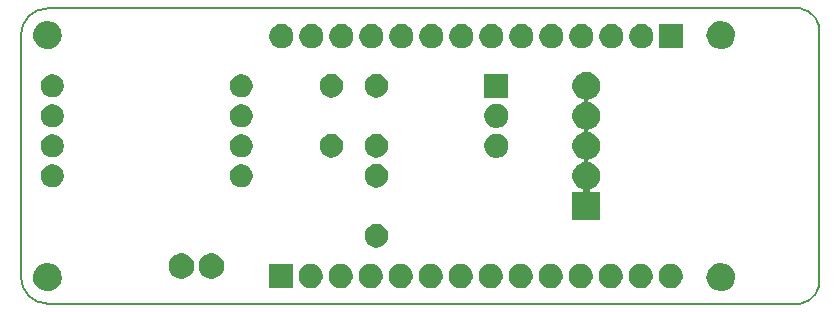
<source format=gbr>
G04 #@! TF.GenerationSoftware,KiCad,Pcbnew,(5.1.6)-1*
G04 #@! TF.CreationDate,2020-05-27T17:34:02-07:00*
G04 #@! TF.ProjectId,MKRShield_v1,4d4b5253-6869-4656-9c64-5f76312e6b69,0.1*
G04 #@! TF.SameCoordinates,Original*
G04 #@! TF.FileFunction,Soldermask,Top*
G04 #@! TF.FilePolarity,Negative*
%FSLAX46Y46*%
G04 Gerber Fmt 4.6, Leading zero omitted, Abs format (unit mm)*
G04 Created by KiCad (PCBNEW (5.1.6)-1) date 2020-05-27 17:34:02*
%MOMM*%
%LPD*%
G01*
G04 APERTURE LIST*
G04 #@! TA.AperFunction,Profile*
%ADD10C,0.150000*%
G04 #@! TD*
%ADD11C,0.100000*%
G04 APERTURE END LIST*
D10*
X180687479Y-117503600D02*
X116937479Y-117503600D01*
X114687479Y-115253600D02*
X114687479Y-94753600D01*
X116937479Y-92503600D02*
X180687479Y-92503600D01*
X114687479Y-115253600D02*
G75*
G03*
X116937479Y-117503600I2250000J0D01*
G01*
X116937479Y-92503600D02*
G75*
G03*
X114687479Y-94753600I0J-2250000D01*
G01*
X180687479Y-117503600D02*
G75*
G03*
X182287479Y-115253600I-325000J1925000D01*
G01*
X180687479Y-92503600D02*
G75*
G02*
X182287479Y-94753600I-325000J-1925000D01*
G01*
X182287479Y-115253600D02*
X182287479Y-94753600D01*
D11*
G04 #@! TO.C,U$5*
G36*
X116937479Y-116460100D02*
G01*
X117172855Y-116436917D01*
X117399187Y-116368261D01*
X117607774Y-116256768D01*
X117790603Y-116106724D01*
X117940647Y-115923895D01*
X118052140Y-115715308D01*
X118143979Y-115253600D01*
X118120796Y-115018224D01*
X118052140Y-114791892D01*
X117940647Y-114583305D01*
X117790603Y-114400476D01*
X117607774Y-114250432D01*
X117399187Y-114138939D01*
X116937479Y-114047100D01*
X116702103Y-114070283D01*
X116475771Y-114138939D01*
X116267184Y-114250432D01*
X116084355Y-114400476D01*
X115934311Y-114583305D01*
X115822818Y-114791892D01*
X115730979Y-115253600D01*
X115754162Y-115488976D01*
X115822818Y-115715308D01*
X115934311Y-115923895D01*
X116084355Y-116106724D01*
X116267184Y-116256768D01*
X116475771Y-116368261D01*
X116937479Y-116460100D01*
G37*
G04 #@! TO.C,U$6*
G36*
X116937479Y-95960100D02*
G01*
X117172855Y-95936917D01*
X117399187Y-95868261D01*
X117607774Y-95756768D01*
X117790603Y-95606724D01*
X117940647Y-95423895D01*
X118052140Y-95215308D01*
X118143979Y-94753600D01*
X118120796Y-94518224D01*
X118052140Y-94291892D01*
X117940647Y-94083305D01*
X117790603Y-93900476D01*
X117607774Y-93750432D01*
X117399187Y-93638939D01*
X116937479Y-93547100D01*
X116702103Y-93570283D01*
X116475771Y-93638939D01*
X116267184Y-93750432D01*
X116084355Y-93900476D01*
X115934311Y-94083305D01*
X115822818Y-94291892D01*
X115730979Y-94753600D01*
X115754162Y-94988976D01*
X115822818Y-95215308D01*
X115934311Y-95423895D01*
X116084355Y-95606724D01*
X116267184Y-95756768D01*
X116475771Y-95868261D01*
X116937479Y-95960100D01*
G37*
G04 #@! TO.C,U$7*
G36*
X173937479Y-95960100D02*
G01*
X174172855Y-95936917D01*
X174399187Y-95868261D01*
X174607774Y-95756768D01*
X174790603Y-95606724D01*
X174940647Y-95423895D01*
X175052140Y-95215308D01*
X175143979Y-94753600D01*
X175120796Y-94518224D01*
X175052140Y-94291892D01*
X174940647Y-94083305D01*
X174790603Y-93900476D01*
X174607774Y-93750432D01*
X174399187Y-93638939D01*
X173937479Y-93547100D01*
X173702103Y-93570283D01*
X173475771Y-93638939D01*
X173267184Y-93750432D01*
X173084355Y-93900476D01*
X172934311Y-94083305D01*
X172822818Y-94291892D01*
X172730979Y-94753600D01*
X172754162Y-94988976D01*
X172822818Y-95215308D01*
X172934311Y-95423895D01*
X173084355Y-95606724D01*
X173267184Y-95756768D01*
X173475771Y-95868261D01*
X173937479Y-95960100D01*
G37*
G04 #@! TO.C,U$8*
G36*
X173937479Y-116460100D02*
G01*
X174172855Y-116436917D01*
X174399187Y-116368261D01*
X174607774Y-116256768D01*
X174790603Y-116106724D01*
X174940647Y-115923895D01*
X175052140Y-115715308D01*
X175143979Y-115253600D01*
X175120796Y-115018224D01*
X175052140Y-114791892D01*
X174940647Y-114583305D01*
X174790603Y-114400476D01*
X174607774Y-114250432D01*
X174399187Y-114138939D01*
X173937479Y-114047100D01*
X173702103Y-114070283D01*
X173475771Y-114138939D01*
X173267184Y-114250432D01*
X173084355Y-114400476D01*
X172934311Y-114583305D01*
X172822818Y-114791892D01*
X172730979Y-115253600D01*
X172754162Y-115488976D01*
X172822818Y-115715308D01*
X172934311Y-115923895D01*
X173084355Y-116106724D01*
X173267184Y-116256768D01*
X173475771Y-116368261D01*
X173937479Y-116460100D01*
G37*
G36*
X162256963Y-114138130D02*
G01*
X162388982Y-114164390D01*
X162575520Y-114241656D01*
X162743400Y-114353830D01*
X162886170Y-114496600D01*
X162998344Y-114664480D01*
X163075610Y-114851018D01*
X163075610Y-114851020D01*
X163115000Y-115049045D01*
X163115000Y-115250955D01*
X163101870Y-115316963D01*
X163075610Y-115448982D01*
X162998344Y-115635520D01*
X162886170Y-115803400D01*
X162743400Y-115946170D01*
X162575520Y-116058344D01*
X162388982Y-116135610D01*
X162256963Y-116161870D01*
X162190955Y-116175000D01*
X161989045Y-116175000D01*
X161923037Y-116161870D01*
X161791018Y-116135610D01*
X161604480Y-116058344D01*
X161436600Y-115946170D01*
X161293830Y-115803400D01*
X161181656Y-115635520D01*
X161104390Y-115448982D01*
X161078130Y-115316963D01*
X161065000Y-115250955D01*
X161065000Y-115049045D01*
X161104390Y-114851020D01*
X161104390Y-114851018D01*
X161181656Y-114664480D01*
X161293830Y-114496600D01*
X161436600Y-114353830D01*
X161604480Y-114241656D01*
X161791018Y-114164390D01*
X161923037Y-114138130D01*
X161989045Y-114125000D01*
X162190955Y-114125000D01*
X162256963Y-114138130D01*
G37*
G36*
X167336963Y-114138130D02*
G01*
X167468982Y-114164390D01*
X167655520Y-114241656D01*
X167823400Y-114353830D01*
X167966170Y-114496600D01*
X168078344Y-114664480D01*
X168155610Y-114851018D01*
X168155610Y-114851020D01*
X168195000Y-115049045D01*
X168195000Y-115250955D01*
X168181870Y-115316963D01*
X168155610Y-115448982D01*
X168078344Y-115635520D01*
X167966170Y-115803400D01*
X167823400Y-115946170D01*
X167655520Y-116058344D01*
X167468982Y-116135610D01*
X167336963Y-116161870D01*
X167270955Y-116175000D01*
X167069045Y-116175000D01*
X167003037Y-116161870D01*
X166871018Y-116135610D01*
X166684480Y-116058344D01*
X166516600Y-115946170D01*
X166373830Y-115803400D01*
X166261656Y-115635520D01*
X166184390Y-115448982D01*
X166158130Y-115316963D01*
X166145000Y-115250955D01*
X166145000Y-115049045D01*
X166184390Y-114851020D01*
X166184390Y-114851018D01*
X166261656Y-114664480D01*
X166373830Y-114496600D01*
X166516600Y-114353830D01*
X166684480Y-114241656D01*
X166871018Y-114164390D01*
X167003037Y-114138130D01*
X167069045Y-114125000D01*
X167270955Y-114125000D01*
X167336963Y-114138130D01*
G37*
G36*
X164796963Y-114138130D02*
G01*
X164928982Y-114164390D01*
X165115520Y-114241656D01*
X165283400Y-114353830D01*
X165426170Y-114496600D01*
X165538344Y-114664480D01*
X165615610Y-114851018D01*
X165615610Y-114851020D01*
X165655000Y-115049045D01*
X165655000Y-115250955D01*
X165641870Y-115316963D01*
X165615610Y-115448982D01*
X165538344Y-115635520D01*
X165426170Y-115803400D01*
X165283400Y-115946170D01*
X165115520Y-116058344D01*
X164928982Y-116135610D01*
X164796963Y-116161870D01*
X164730955Y-116175000D01*
X164529045Y-116175000D01*
X164463037Y-116161870D01*
X164331018Y-116135610D01*
X164144480Y-116058344D01*
X163976600Y-115946170D01*
X163833830Y-115803400D01*
X163721656Y-115635520D01*
X163644390Y-115448982D01*
X163618130Y-115316963D01*
X163605000Y-115250955D01*
X163605000Y-115049045D01*
X163644390Y-114851020D01*
X163644390Y-114851018D01*
X163721656Y-114664480D01*
X163833830Y-114496600D01*
X163976600Y-114353830D01*
X164144480Y-114241656D01*
X164331018Y-114164390D01*
X164463037Y-114138130D01*
X164529045Y-114125000D01*
X164730955Y-114125000D01*
X164796963Y-114138130D01*
G37*
G36*
X159716963Y-114138130D02*
G01*
X159848982Y-114164390D01*
X160035520Y-114241656D01*
X160203400Y-114353830D01*
X160346170Y-114496600D01*
X160458344Y-114664480D01*
X160535610Y-114851018D01*
X160535610Y-114851020D01*
X160575000Y-115049045D01*
X160575000Y-115250955D01*
X160561870Y-115316963D01*
X160535610Y-115448982D01*
X160458344Y-115635520D01*
X160346170Y-115803400D01*
X160203400Y-115946170D01*
X160035520Y-116058344D01*
X159848982Y-116135610D01*
X159716963Y-116161870D01*
X159650955Y-116175000D01*
X159449045Y-116175000D01*
X159383037Y-116161870D01*
X159251018Y-116135610D01*
X159064480Y-116058344D01*
X158896600Y-115946170D01*
X158753830Y-115803400D01*
X158641656Y-115635520D01*
X158564390Y-115448982D01*
X158538130Y-115316963D01*
X158525000Y-115250955D01*
X158525000Y-115049045D01*
X158564390Y-114851020D01*
X158564390Y-114851018D01*
X158641656Y-114664480D01*
X158753830Y-114496600D01*
X158896600Y-114353830D01*
X159064480Y-114241656D01*
X159251018Y-114164390D01*
X159383037Y-114138130D01*
X159449045Y-114125000D01*
X159650955Y-114125000D01*
X159716963Y-114138130D01*
G37*
G36*
X157176963Y-114138130D02*
G01*
X157308982Y-114164390D01*
X157495520Y-114241656D01*
X157663400Y-114353830D01*
X157806170Y-114496600D01*
X157918344Y-114664480D01*
X157995610Y-114851018D01*
X157995610Y-114851020D01*
X158035000Y-115049045D01*
X158035000Y-115250955D01*
X158021870Y-115316963D01*
X157995610Y-115448982D01*
X157918344Y-115635520D01*
X157806170Y-115803400D01*
X157663400Y-115946170D01*
X157495520Y-116058344D01*
X157308982Y-116135610D01*
X157176963Y-116161870D01*
X157110955Y-116175000D01*
X156909045Y-116175000D01*
X156843037Y-116161870D01*
X156711018Y-116135610D01*
X156524480Y-116058344D01*
X156356600Y-115946170D01*
X156213830Y-115803400D01*
X156101656Y-115635520D01*
X156024390Y-115448982D01*
X155998130Y-115316963D01*
X155985000Y-115250955D01*
X155985000Y-115049045D01*
X156024390Y-114851020D01*
X156024390Y-114851018D01*
X156101656Y-114664480D01*
X156213830Y-114496600D01*
X156356600Y-114353830D01*
X156524480Y-114241656D01*
X156711018Y-114164390D01*
X156843037Y-114138130D01*
X156909045Y-114125000D01*
X157110955Y-114125000D01*
X157176963Y-114138130D01*
G37*
G36*
X154636963Y-114138130D02*
G01*
X154768982Y-114164390D01*
X154955520Y-114241656D01*
X155123400Y-114353830D01*
X155266170Y-114496600D01*
X155378344Y-114664480D01*
X155455610Y-114851018D01*
X155455610Y-114851020D01*
X155495000Y-115049045D01*
X155495000Y-115250955D01*
X155481870Y-115316963D01*
X155455610Y-115448982D01*
X155378344Y-115635520D01*
X155266170Y-115803400D01*
X155123400Y-115946170D01*
X154955520Y-116058344D01*
X154768982Y-116135610D01*
X154636963Y-116161870D01*
X154570955Y-116175000D01*
X154369045Y-116175000D01*
X154303037Y-116161870D01*
X154171018Y-116135610D01*
X153984480Y-116058344D01*
X153816600Y-115946170D01*
X153673830Y-115803400D01*
X153561656Y-115635520D01*
X153484390Y-115448982D01*
X153458130Y-115316963D01*
X153445000Y-115250955D01*
X153445000Y-115049045D01*
X153484390Y-114851020D01*
X153484390Y-114851018D01*
X153561656Y-114664480D01*
X153673830Y-114496600D01*
X153816600Y-114353830D01*
X153984480Y-114241656D01*
X154171018Y-114164390D01*
X154303037Y-114138130D01*
X154369045Y-114125000D01*
X154570955Y-114125000D01*
X154636963Y-114138130D01*
G37*
G36*
X152096963Y-114138130D02*
G01*
X152228982Y-114164390D01*
X152415520Y-114241656D01*
X152583400Y-114353830D01*
X152726170Y-114496600D01*
X152838344Y-114664480D01*
X152915610Y-114851018D01*
X152915610Y-114851020D01*
X152955000Y-115049045D01*
X152955000Y-115250955D01*
X152941870Y-115316963D01*
X152915610Y-115448982D01*
X152838344Y-115635520D01*
X152726170Y-115803400D01*
X152583400Y-115946170D01*
X152415520Y-116058344D01*
X152228982Y-116135610D01*
X152096963Y-116161870D01*
X152030955Y-116175000D01*
X151829045Y-116175000D01*
X151763037Y-116161870D01*
X151631018Y-116135610D01*
X151444480Y-116058344D01*
X151276600Y-115946170D01*
X151133830Y-115803400D01*
X151021656Y-115635520D01*
X150944390Y-115448982D01*
X150918130Y-115316963D01*
X150905000Y-115250955D01*
X150905000Y-115049045D01*
X150944390Y-114851020D01*
X150944390Y-114851018D01*
X151021656Y-114664480D01*
X151133830Y-114496600D01*
X151276600Y-114353830D01*
X151444480Y-114241656D01*
X151631018Y-114164390D01*
X151763037Y-114138130D01*
X151829045Y-114125000D01*
X152030955Y-114125000D01*
X152096963Y-114138130D01*
G37*
G36*
X147016963Y-114138130D02*
G01*
X147148982Y-114164390D01*
X147335520Y-114241656D01*
X147503400Y-114353830D01*
X147646170Y-114496600D01*
X147758344Y-114664480D01*
X147835610Y-114851018D01*
X147835610Y-114851020D01*
X147875000Y-115049045D01*
X147875000Y-115250955D01*
X147861870Y-115316963D01*
X147835610Y-115448982D01*
X147758344Y-115635520D01*
X147646170Y-115803400D01*
X147503400Y-115946170D01*
X147335520Y-116058344D01*
X147148982Y-116135610D01*
X147016963Y-116161870D01*
X146950955Y-116175000D01*
X146749045Y-116175000D01*
X146683037Y-116161870D01*
X146551018Y-116135610D01*
X146364480Y-116058344D01*
X146196600Y-115946170D01*
X146053830Y-115803400D01*
X145941656Y-115635520D01*
X145864390Y-115448982D01*
X145838130Y-115316963D01*
X145825000Y-115250955D01*
X145825000Y-115049045D01*
X145864390Y-114851020D01*
X145864390Y-114851018D01*
X145941656Y-114664480D01*
X146053830Y-114496600D01*
X146196600Y-114353830D01*
X146364480Y-114241656D01*
X146551018Y-114164390D01*
X146683037Y-114138130D01*
X146749045Y-114125000D01*
X146950955Y-114125000D01*
X147016963Y-114138130D01*
G37*
G36*
X169876963Y-114138130D02*
G01*
X170008982Y-114164390D01*
X170195520Y-114241656D01*
X170363400Y-114353830D01*
X170506170Y-114496600D01*
X170618344Y-114664480D01*
X170695610Y-114851018D01*
X170695610Y-114851020D01*
X170735000Y-115049045D01*
X170735000Y-115250955D01*
X170721870Y-115316963D01*
X170695610Y-115448982D01*
X170618344Y-115635520D01*
X170506170Y-115803400D01*
X170363400Y-115946170D01*
X170195520Y-116058344D01*
X170008982Y-116135610D01*
X169876963Y-116161870D01*
X169810955Y-116175000D01*
X169609045Y-116175000D01*
X169543037Y-116161870D01*
X169411018Y-116135610D01*
X169224480Y-116058344D01*
X169056600Y-115946170D01*
X168913830Y-115803400D01*
X168801656Y-115635520D01*
X168724390Y-115448982D01*
X168698130Y-115316963D01*
X168685000Y-115250955D01*
X168685000Y-115049045D01*
X168724390Y-114851020D01*
X168724390Y-114851018D01*
X168801656Y-114664480D01*
X168913830Y-114496600D01*
X169056600Y-114353830D01*
X169224480Y-114241656D01*
X169411018Y-114164390D01*
X169543037Y-114138130D01*
X169609045Y-114125000D01*
X169810955Y-114125000D01*
X169876963Y-114138130D01*
G37*
G36*
X137715000Y-116175000D02*
G01*
X135665000Y-116175000D01*
X135665000Y-114125000D01*
X137715000Y-114125000D01*
X137715000Y-116175000D01*
G37*
G36*
X139396963Y-114138130D02*
G01*
X139528982Y-114164390D01*
X139715520Y-114241656D01*
X139883400Y-114353830D01*
X140026170Y-114496600D01*
X140138344Y-114664480D01*
X140215610Y-114851018D01*
X140215610Y-114851020D01*
X140255000Y-115049045D01*
X140255000Y-115250955D01*
X140241870Y-115316963D01*
X140215610Y-115448982D01*
X140138344Y-115635520D01*
X140026170Y-115803400D01*
X139883400Y-115946170D01*
X139715520Y-116058344D01*
X139528982Y-116135610D01*
X139396963Y-116161870D01*
X139330955Y-116175000D01*
X139129045Y-116175000D01*
X139063037Y-116161870D01*
X138931018Y-116135610D01*
X138744480Y-116058344D01*
X138576600Y-115946170D01*
X138433830Y-115803400D01*
X138321656Y-115635520D01*
X138244390Y-115448982D01*
X138218130Y-115316963D01*
X138205000Y-115250955D01*
X138205000Y-115049045D01*
X138244390Y-114851020D01*
X138244390Y-114851018D01*
X138321656Y-114664480D01*
X138433830Y-114496600D01*
X138576600Y-114353830D01*
X138744480Y-114241656D01*
X138931018Y-114164390D01*
X139063037Y-114138130D01*
X139129045Y-114125000D01*
X139330955Y-114125000D01*
X139396963Y-114138130D01*
G37*
G36*
X141936963Y-114138130D02*
G01*
X142068982Y-114164390D01*
X142255520Y-114241656D01*
X142423400Y-114353830D01*
X142566170Y-114496600D01*
X142678344Y-114664480D01*
X142755610Y-114851018D01*
X142755610Y-114851020D01*
X142795000Y-115049045D01*
X142795000Y-115250955D01*
X142781870Y-115316963D01*
X142755610Y-115448982D01*
X142678344Y-115635520D01*
X142566170Y-115803400D01*
X142423400Y-115946170D01*
X142255520Y-116058344D01*
X142068982Y-116135610D01*
X141936963Y-116161870D01*
X141870955Y-116175000D01*
X141669045Y-116175000D01*
X141603037Y-116161870D01*
X141471018Y-116135610D01*
X141284480Y-116058344D01*
X141116600Y-115946170D01*
X140973830Y-115803400D01*
X140861656Y-115635520D01*
X140784390Y-115448982D01*
X140758130Y-115316963D01*
X140745000Y-115250955D01*
X140745000Y-115049045D01*
X140784390Y-114851020D01*
X140784390Y-114851018D01*
X140861656Y-114664480D01*
X140973830Y-114496600D01*
X141116600Y-114353830D01*
X141284480Y-114241656D01*
X141471018Y-114164390D01*
X141603037Y-114138130D01*
X141669045Y-114125000D01*
X141870955Y-114125000D01*
X141936963Y-114138130D01*
G37*
G36*
X144476963Y-114138130D02*
G01*
X144608982Y-114164390D01*
X144795520Y-114241656D01*
X144963400Y-114353830D01*
X145106170Y-114496600D01*
X145218344Y-114664480D01*
X145295610Y-114851018D01*
X145295610Y-114851020D01*
X145335000Y-115049045D01*
X145335000Y-115250955D01*
X145321870Y-115316963D01*
X145295610Y-115448982D01*
X145218344Y-115635520D01*
X145106170Y-115803400D01*
X144963400Y-115946170D01*
X144795520Y-116058344D01*
X144608982Y-116135610D01*
X144476963Y-116161870D01*
X144410955Y-116175000D01*
X144209045Y-116175000D01*
X144143037Y-116161870D01*
X144011018Y-116135610D01*
X143824480Y-116058344D01*
X143656600Y-115946170D01*
X143513830Y-115803400D01*
X143401656Y-115635520D01*
X143324390Y-115448982D01*
X143298130Y-115316963D01*
X143285000Y-115250955D01*
X143285000Y-115049045D01*
X143324390Y-114851020D01*
X143324390Y-114851018D01*
X143401656Y-114664480D01*
X143513830Y-114496600D01*
X143656600Y-114353830D01*
X143824480Y-114241656D01*
X144011018Y-114164390D01*
X144143037Y-114138130D01*
X144209045Y-114125000D01*
X144410955Y-114125000D01*
X144476963Y-114138130D01*
G37*
G36*
X149556963Y-114138130D02*
G01*
X149688982Y-114164390D01*
X149875520Y-114241656D01*
X150043400Y-114353830D01*
X150186170Y-114496600D01*
X150298344Y-114664480D01*
X150375610Y-114851018D01*
X150375610Y-114851020D01*
X150415000Y-115049045D01*
X150415000Y-115250955D01*
X150401870Y-115316963D01*
X150375610Y-115448982D01*
X150298344Y-115635520D01*
X150186170Y-115803400D01*
X150043400Y-115946170D01*
X149875520Y-116058344D01*
X149688982Y-116135610D01*
X149556963Y-116161870D01*
X149490955Y-116175000D01*
X149289045Y-116175000D01*
X149223037Y-116161870D01*
X149091018Y-116135610D01*
X148904480Y-116058344D01*
X148736600Y-115946170D01*
X148593830Y-115803400D01*
X148481656Y-115635520D01*
X148404390Y-115448982D01*
X148378130Y-115316963D01*
X148365000Y-115250955D01*
X148365000Y-115049045D01*
X148404390Y-114851020D01*
X148404390Y-114851018D01*
X148481656Y-114664480D01*
X148593830Y-114496600D01*
X148736600Y-114353830D01*
X148904480Y-114241656D01*
X149091018Y-114164390D01*
X149223037Y-114138130D01*
X149289045Y-114125000D01*
X149490955Y-114125000D01*
X149556963Y-114138130D01*
G37*
G36*
X131124295Y-113263907D02*
G01*
X131320388Y-113345132D01*
X131496866Y-113463051D01*
X131646949Y-113613134D01*
X131764868Y-113789612D01*
X131846093Y-113985705D01*
X131887500Y-114193875D01*
X131887500Y-114406125D01*
X131846093Y-114614295D01*
X131764868Y-114810388D01*
X131646949Y-114986866D01*
X131496866Y-115136949D01*
X131320388Y-115254868D01*
X131124295Y-115336093D01*
X130916125Y-115377500D01*
X130703875Y-115377500D01*
X130495705Y-115336093D01*
X130299612Y-115254868D01*
X130123134Y-115136949D01*
X129973051Y-114986866D01*
X129855132Y-114810388D01*
X129773907Y-114614295D01*
X129732500Y-114406125D01*
X129732500Y-114193875D01*
X129773907Y-113985705D01*
X129855132Y-113789612D01*
X129973051Y-113613134D01*
X130123134Y-113463051D01*
X130299612Y-113345132D01*
X130495705Y-113263907D01*
X130703875Y-113222500D01*
X130916125Y-113222500D01*
X131124295Y-113263907D01*
G37*
G36*
X128584295Y-113263907D02*
G01*
X128780388Y-113345132D01*
X128956866Y-113463051D01*
X129106949Y-113613134D01*
X129224868Y-113789612D01*
X129306093Y-113985705D01*
X129347500Y-114193875D01*
X129347500Y-114406125D01*
X129306093Y-114614295D01*
X129224868Y-114810388D01*
X129106949Y-114986866D01*
X128956866Y-115136949D01*
X128780388Y-115254868D01*
X128584295Y-115336093D01*
X128376125Y-115377500D01*
X128163875Y-115377500D01*
X127955705Y-115336093D01*
X127759612Y-115254868D01*
X127583134Y-115136949D01*
X127433051Y-114986866D01*
X127315132Y-114810388D01*
X127233907Y-114614295D01*
X127192500Y-114406125D01*
X127192500Y-114193875D01*
X127233907Y-113985705D01*
X127315132Y-113789612D01*
X127433051Y-113613134D01*
X127583134Y-113463051D01*
X127759612Y-113345132D01*
X127955705Y-113263907D01*
X128163875Y-113222500D01*
X128376125Y-113222500D01*
X128584295Y-113263907D01*
G37*
G36*
X145007290Y-110785619D02*
G01*
X145071689Y-110798429D01*
X145253678Y-110873811D01*
X145417463Y-110983249D01*
X145556751Y-111122537D01*
X145666189Y-111286322D01*
X145741571Y-111468311D01*
X145780000Y-111661509D01*
X145780000Y-111858491D01*
X145741571Y-112051689D01*
X145666189Y-112233678D01*
X145556751Y-112397463D01*
X145417463Y-112536751D01*
X145253678Y-112646189D01*
X145071689Y-112721571D01*
X145007290Y-112734381D01*
X144878493Y-112760000D01*
X144681507Y-112760000D01*
X144552710Y-112734381D01*
X144488311Y-112721571D01*
X144306322Y-112646189D01*
X144142537Y-112536751D01*
X144003249Y-112397463D01*
X143893811Y-112233678D01*
X143818429Y-112051689D01*
X143780000Y-111858491D01*
X143780000Y-111661509D01*
X143818429Y-111468311D01*
X143893811Y-111286322D01*
X144003249Y-111122537D01*
X144142537Y-110983249D01*
X144306322Y-110873811D01*
X144488311Y-110798429D01*
X144552710Y-110785619D01*
X144681507Y-110760000D01*
X144878493Y-110760000D01*
X145007290Y-110785619D01*
G37*
G36*
X162902734Y-97930154D02*
G01*
X163116569Y-98018728D01*
X163116571Y-98018729D01*
X163309019Y-98147318D01*
X163472682Y-98310981D01*
X163547222Y-98422539D01*
X163601272Y-98503431D01*
X163689846Y-98717266D01*
X163735000Y-98944271D01*
X163735000Y-99175729D01*
X163689846Y-99402734D01*
X163601272Y-99616569D01*
X163601271Y-99616571D01*
X163472682Y-99809019D01*
X163309019Y-99972682D01*
X163116571Y-100101271D01*
X163116570Y-100101272D01*
X163116569Y-100101272D01*
X162902734Y-100189846D01*
X162814469Y-100207403D01*
X162791020Y-100214516D01*
X162769409Y-100226067D01*
X162750467Y-100241612D01*
X162734922Y-100260554D01*
X162723371Y-100282165D01*
X162716258Y-100305614D01*
X162713856Y-100330000D01*
X162716258Y-100354386D01*
X162723371Y-100377835D01*
X162734922Y-100399446D01*
X162750467Y-100418388D01*
X162769409Y-100433933D01*
X162791020Y-100445484D01*
X162814469Y-100452597D01*
X162902734Y-100470154D01*
X163116569Y-100558728D01*
X163116571Y-100558729D01*
X163309019Y-100687318D01*
X163472682Y-100850981D01*
X163536572Y-100946600D01*
X163601272Y-101043431D01*
X163689846Y-101257266D01*
X163735000Y-101484271D01*
X163735000Y-101715729D01*
X163689846Y-101942734D01*
X163601272Y-102156569D01*
X163601271Y-102156571D01*
X163472682Y-102349019D01*
X163309019Y-102512682D01*
X163116571Y-102641271D01*
X163116570Y-102641272D01*
X163116569Y-102641272D01*
X162902734Y-102729846D01*
X162814469Y-102747403D01*
X162791020Y-102754516D01*
X162769409Y-102766067D01*
X162750467Y-102781612D01*
X162734922Y-102800554D01*
X162723371Y-102822165D01*
X162716258Y-102845614D01*
X162713856Y-102870000D01*
X162716258Y-102894386D01*
X162723371Y-102917835D01*
X162734922Y-102939446D01*
X162750467Y-102958388D01*
X162769409Y-102973933D01*
X162791020Y-102985484D01*
X162814469Y-102992597D01*
X162902734Y-103010154D01*
X163116569Y-103098728D01*
X163116571Y-103098729D01*
X163309019Y-103227318D01*
X163472682Y-103390981D01*
X163547222Y-103502539D01*
X163601272Y-103583431D01*
X163689846Y-103797266D01*
X163735000Y-104024271D01*
X163735000Y-104255729D01*
X163689846Y-104482734D01*
X163601272Y-104696569D01*
X163601271Y-104696571D01*
X163472682Y-104889019D01*
X163309019Y-105052682D01*
X163116571Y-105181271D01*
X163116570Y-105181272D01*
X163116569Y-105181272D01*
X162902734Y-105269846D01*
X162814469Y-105287403D01*
X162791020Y-105294516D01*
X162769409Y-105306067D01*
X162750467Y-105321612D01*
X162734922Y-105340554D01*
X162723371Y-105362165D01*
X162716258Y-105385614D01*
X162713856Y-105410000D01*
X162716258Y-105434386D01*
X162723371Y-105457835D01*
X162734922Y-105479446D01*
X162750467Y-105498388D01*
X162769409Y-105513933D01*
X162791020Y-105525484D01*
X162814469Y-105532597D01*
X162902734Y-105550154D01*
X163116569Y-105638728D01*
X163116571Y-105638729D01*
X163309019Y-105767318D01*
X163472682Y-105930981D01*
X163547222Y-106042539D01*
X163601272Y-106123431D01*
X163689846Y-106337266D01*
X163735000Y-106564271D01*
X163735000Y-106795729D01*
X163689846Y-107022734D01*
X163601272Y-107236569D01*
X163601271Y-107236571D01*
X163472682Y-107429019D01*
X163309019Y-107592682D01*
X163116571Y-107721271D01*
X163116570Y-107721272D01*
X163116569Y-107721272D01*
X162915600Y-107804517D01*
X162893989Y-107816068D01*
X162875047Y-107831614D01*
X162859502Y-107850556D01*
X162847951Y-107872166D01*
X162840838Y-107895615D01*
X162838436Y-107920001D01*
X162840838Y-107944387D01*
X162847951Y-107967836D01*
X162859502Y-107989447D01*
X162875048Y-108008389D01*
X162893990Y-108023934D01*
X162915600Y-108035485D01*
X162939049Y-108042598D01*
X162963435Y-108045000D01*
X163735000Y-108045000D01*
X163735000Y-110395000D01*
X161385000Y-110395000D01*
X161385000Y-108045000D01*
X162156565Y-108045000D01*
X162180951Y-108042598D01*
X162204400Y-108035485D01*
X162226011Y-108023934D01*
X162244953Y-108008389D01*
X162260498Y-107989447D01*
X162272049Y-107967836D01*
X162279162Y-107944387D01*
X162281564Y-107920001D01*
X162279162Y-107895615D01*
X162272049Y-107872166D01*
X162260498Y-107850555D01*
X162244953Y-107831613D01*
X162226011Y-107816068D01*
X162204400Y-107804517D01*
X162003431Y-107721272D01*
X162003430Y-107721272D01*
X162003429Y-107721271D01*
X161810981Y-107592682D01*
X161647318Y-107429019D01*
X161518729Y-107236571D01*
X161518728Y-107236569D01*
X161430154Y-107022734D01*
X161385000Y-106795729D01*
X161385000Y-106564271D01*
X161430154Y-106337266D01*
X161518728Y-106123431D01*
X161572778Y-106042539D01*
X161647318Y-105930981D01*
X161810981Y-105767318D01*
X162003429Y-105638729D01*
X162003431Y-105638728D01*
X162217266Y-105550154D01*
X162305531Y-105532597D01*
X162328980Y-105525484D01*
X162350591Y-105513933D01*
X162369533Y-105498388D01*
X162385078Y-105479446D01*
X162396629Y-105457835D01*
X162403742Y-105434386D01*
X162406144Y-105410000D01*
X162403742Y-105385614D01*
X162396629Y-105362165D01*
X162385078Y-105340554D01*
X162369533Y-105321612D01*
X162350591Y-105306067D01*
X162328980Y-105294516D01*
X162305531Y-105287403D01*
X162217266Y-105269846D01*
X162003431Y-105181272D01*
X162003430Y-105181272D01*
X162003429Y-105181271D01*
X161810981Y-105052682D01*
X161647318Y-104889019D01*
X161518729Y-104696571D01*
X161518728Y-104696569D01*
X161430154Y-104482734D01*
X161385000Y-104255729D01*
X161385000Y-104024271D01*
X161430154Y-103797266D01*
X161518728Y-103583431D01*
X161572778Y-103502539D01*
X161647318Y-103390981D01*
X161810981Y-103227318D01*
X162003429Y-103098729D01*
X162003431Y-103098728D01*
X162217266Y-103010154D01*
X162305531Y-102992597D01*
X162328980Y-102985484D01*
X162350591Y-102973933D01*
X162369533Y-102958388D01*
X162385078Y-102939446D01*
X162396629Y-102917835D01*
X162403742Y-102894386D01*
X162406144Y-102870000D01*
X162403742Y-102845614D01*
X162396629Y-102822165D01*
X162385078Y-102800554D01*
X162369533Y-102781612D01*
X162350591Y-102766067D01*
X162328980Y-102754516D01*
X162305531Y-102747403D01*
X162217266Y-102729846D01*
X162003431Y-102641272D01*
X162003430Y-102641272D01*
X162003429Y-102641271D01*
X161810981Y-102512682D01*
X161647318Y-102349019D01*
X161518729Y-102156571D01*
X161518728Y-102156569D01*
X161430154Y-101942734D01*
X161385000Y-101715729D01*
X161385000Y-101484271D01*
X161430154Y-101257266D01*
X161518728Y-101043431D01*
X161583428Y-100946600D01*
X161647318Y-100850981D01*
X161810981Y-100687318D01*
X162003429Y-100558729D01*
X162003431Y-100558728D01*
X162217266Y-100470154D01*
X162305531Y-100452597D01*
X162328980Y-100445484D01*
X162350591Y-100433933D01*
X162369533Y-100418388D01*
X162385078Y-100399446D01*
X162396629Y-100377835D01*
X162403742Y-100354386D01*
X162406144Y-100330000D01*
X162403742Y-100305614D01*
X162396629Y-100282165D01*
X162385078Y-100260554D01*
X162369533Y-100241612D01*
X162350591Y-100226067D01*
X162328980Y-100214516D01*
X162305531Y-100207403D01*
X162217266Y-100189846D01*
X162003431Y-100101272D01*
X162003430Y-100101272D01*
X162003429Y-100101271D01*
X161810981Y-99972682D01*
X161647318Y-99809019D01*
X161518729Y-99616571D01*
X161518728Y-99616569D01*
X161430154Y-99402734D01*
X161385000Y-99175729D01*
X161385000Y-98944271D01*
X161430154Y-98717266D01*
X161518728Y-98503431D01*
X161572778Y-98422539D01*
X161647318Y-98310981D01*
X161810981Y-98147318D01*
X162003429Y-98018729D01*
X162003431Y-98018728D01*
X162217266Y-97930154D01*
X162444271Y-97885000D01*
X162675729Y-97885000D01*
X162902734Y-97930154D01*
G37*
G36*
X145007290Y-105705619D02*
G01*
X145071689Y-105718429D01*
X145253678Y-105793811D01*
X145417463Y-105903249D01*
X145556751Y-106042537D01*
X145666189Y-106206322D01*
X145741571Y-106388311D01*
X145754381Y-106452710D01*
X145780000Y-106581507D01*
X145780000Y-106778493D01*
X145754381Y-106907290D01*
X145741571Y-106971689D01*
X145666189Y-107153678D01*
X145556751Y-107317463D01*
X145417463Y-107456751D01*
X145253678Y-107566189D01*
X145071689Y-107641571D01*
X145026799Y-107650500D01*
X144878493Y-107680000D01*
X144681507Y-107680000D01*
X144533201Y-107650500D01*
X144488311Y-107641571D01*
X144306322Y-107566189D01*
X144142537Y-107456751D01*
X144003249Y-107317463D01*
X143893811Y-107153678D01*
X143818429Y-106971689D01*
X143805619Y-106907290D01*
X143780000Y-106778493D01*
X143780000Y-106581507D01*
X143805619Y-106452710D01*
X143818429Y-106388311D01*
X143893811Y-106206322D01*
X144003249Y-106042537D01*
X144142537Y-105903249D01*
X144306322Y-105793811D01*
X144488311Y-105718429D01*
X144552710Y-105705619D01*
X144681507Y-105680000D01*
X144878493Y-105680000D01*
X145007290Y-105705619D01*
G37*
G36*
X133633084Y-105746795D02*
G01*
X133809703Y-105819953D01*
X133809704Y-105819954D01*
X133968658Y-105926163D01*
X134103837Y-106061342D01*
X134103838Y-106061344D01*
X134210047Y-106220297D01*
X134283205Y-106396916D01*
X134320500Y-106584413D01*
X134320500Y-106775587D01*
X134283205Y-106963084D01*
X134210047Y-107139703D01*
X134200709Y-107153678D01*
X134103837Y-107298658D01*
X133968658Y-107433837D01*
X133888641Y-107487302D01*
X133809703Y-107540047D01*
X133633084Y-107613205D01*
X133445587Y-107650500D01*
X133254413Y-107650500D01*
X133066916Y-107613205D01*
X132890297Y-107540047D01*
X132811359Y-107487302D01*
X132731342Y-107433837D01*
X132596163Y-107298658D01*
X132499291Y-107153678D01*
X132489953Y-107139703D01*
X132416795Y-106963084D01*
X132379500Y-106775587D01*
X132379500Y-106584413D01*
X132416795Y-106396916D01*
X132489953Y-106220297D01*
X132596162Y-106061344D01*
X132596163Y-106061342D01*
X132731342Y-105926163D01*
X132890296Y-105819954D01*
X132890297Y-105819953D01*
X133066916Y-105746795D01*
X133254413Y-105709500D01*
X133445587Y-105709500D01*
X133633084Y-105746795D01*
G37*
G36*
X117633084Y-105746795D02*
G01*
X117809703Y-105819953D01*
X117809704Y-105819954D01*
X117968658Y-105926163D01*
X118103837Y-106061342D01*
X118103838Y-106061344D01*
X118210047Y-106220297D01*
X118283205Y-106396916D01*
X118320500Y-106584413D01*
X118320500Y-106775587D01*
X118283205Y-106963084D01*
X118210047Y-107139703D01*
X118200709Y-107153678D01*
X118103837Y-107298658D01*
X117968658Y-107433837D01*
X117888641Y-107487302D01*
X117809703Y-107540047D01*
X117633084Y-107613205D01*
X117445587Y-107650500D01*
X117254413Y-107650500D01*
X117066916Y-107613205D01*
X116890297Y-107540047D01*
X116811359Y-107487302D01*
X116731342Y-107433837D01*
X116596163Y-107298658D01*
X116499291Y-107153678D01*
X116489953Y-107139703D01*
X116416795Y-106963084D01*
X116379500Y-106775587D01*
X116379500Y-106584413D01*
X116416795Y-106396916D01*
X116489953Y-106220297D01*
X116596162Y-106061344D01*
X116596163Y-106061342D01*
X116731342Y-105926163D01*
X116890296Y-105819954D01*
X116890297Y-105819953D01*
X117066916Y-105746795D01*
X117254413Y-105709500D01*
X117445587Y-105709500D01*
X117633084Y-105746795D01*
G37*
G36*
X155106963Y-103128130D02*
G01*
X155238982Y-103154390D01*
X155425520Y-103231656D01*
X155593400Y-103343830D01*
X155736170Y-103486600D01*
X155848344Y-103654480D01*
X155925610Y-103841018D01*
X155928772Y-103856916D01*
X155965000Y-104039045D01*
X155965000Y-104240955D01*
X155962061Y-104255729D01*
X155925610Y-104438982D01*
X155848344Y-104625520D01*
X155736170Y-104793400D01*
X155593400Y-104936170D01*
X155425520Y-105048344D01*
X155238982Y-105125610D01*
X155106963Y-105151870D01*
X155040955Y-105165000D01*
X154839045Y-105165000D01*
X154773037Y-105151870D01*
X154641018Y-105125610D01*
X154454480Y-105048344D01*
X154286600Y-104936170D01*
X154143830Y-104793400D01*
X154031656Y-104625520D01*
X153954390Y-104438982D01*
X153917939Y-104255729D01*
X153915000Y-104240955D01*
X153915000Y-104039045D01*
X153951228Y-103856916D01*
X153954390Y-103841018D01*
X154031656Y-103654480D01*
X154143830Y-103486600D01*
X154286600Y-103343830D01*
X154454480Y-103231656D01*
X154641018Y-103154390D01*
X154773037Y-103128130D01*
X154839045Y-103115000D01*
X155040955Y-103115000D01*
X155106963Y-103128130D01*
G37*
G36*
X145007290Y-103165619D02*
G01*
X145071689Y-103178429D01*
X145253678Y-103253811D01*
X145417463Y-103363249D01*
X145556751Y-103502537D01*
X145666189Y-103666322D01*
X145741571Y-103848311D01*
X145754381Y-103912710D01*
X145780000Y-104041507D01*
X145780000Y-104238493D01*
X145754381Y-104367290D01*
X145741571Y-104431689D01*
X145666189Y-104613678D01*
X145556751Y-104777463D01*
X145417463Y-104916751D01*
X145253678Y-105026189D01*
X145071689Y-105101571D01*
X145026799Y-105110500D01*
X144878493Y-105140000D01*
X144681507Y-105140000D01*
X144533201Y-105110500D01*
X144488311Y-105101571D01*
X144306322Y-105026189D01*
X144142537Y-104916751D01*
X144003249Y-104777463D01*
X143893811Y-104613678D01*
X143818429Y-104431689D01*
X143805619Y-104367290D01*
X143780000Y-104238493D01*
X143780000Y-104041507D01*
X143805619Y-103912710D01*
X143818429Y-103848311D01*
X143893811Y-103666322D01*
X144003249Y-103502537D01*
X144142537Y-103363249D01*
X144306322Y-103253811D01*
X144488311Y-103178429D01*
X144552710Y-103165619D01*
X144681507Y-103140000D01*
X144878493Y-103140000D01*
X145007290Y-103165619D01*
G37*
G36*
X141197290Y-103165619D02*
G01*
X141261689Y-103178429D01*
X141443678Y-103253811D01*
X141607463Y-103363249D01*
X141746751Y-103502537D01*
X141856189Y-103666322D01*
X141931571Y-103848311D01*
X141944381Y-103912710D01*
X141970000Y-104041507D01*
X141970000Y-104238493D01*
X141944381Y-104367290D01*
X141931571Y-104431689D01*
X141856189Y-104613678D01*
X141746751Y-104777463D01*
X141607463Y-104916751D01*
X141443678Y-105026189D01*
X141261689Y-105101571D01*
X141216799Y-105110500D01*
X141068493Y-105140000D01*
X140871507Y-105140000D01*
X140723201Y-105110500D01*
X140678311Y-105101571D01*
X140496322Y-105026189D01*
X140332537Y-104916751D01*
X140193249Y-104777463D01*
X140083811Y-104613678D01*
X140008429Y-104431689D01*
X139995619Y-104367290D01*
X139970000Y-104238493D01*
X139970000Y-104041507D01*
X139995619Y-103912710D01*
X140008429Y-103848311D01*
X140083811Y-103666322D01*
X140193249Y-103502537D01*
X140332537Y-103363249D01*
X140496322Y-103253811D01*
X140678311Y-103178429D01*
X140742710Y-103165619D01*
X140871507Y-103140000D01*
X141068493Y-103140000D01*
X141197290Y-103165619D01*
G37*
G36*
X133633084Y-103206795D02*
G01*
X133809703Y-103279953D01*
X133809704Y-103279954D01*
X133968658Y-103386163D01*
X134103837Y-103521342D01*
X134103838Y-103521344D01*
X134210047Y-103680297D01*
X134283205Y-103856916D01*
X134320500Y-104044413D01*
X134320500Y-104235587D01*
X134283205Y-104423084D01*
X134210047Y-104599703D01*
X134157302Y-104678641D01*
X134103837Y-104758658D01*
X133968658Y-104893837D01*
X133905302Y-104936170D01*
X133809703Y-105000047D01*
X133633084Y-105073205D01*
X133445587Y-105110500D01*
X133254413Y-105110500D01*
X133066916Y-105073205D01*
X132890297Y-105000047D01*
X132794698Y-104936170D01*
X132731342Y-104893837D01*
X132596163Y-104758658D01*
X132542698Y-104678641D01*
X132489953Y-104599703D01*
X132416795Y-104423084D01*
X132379500Y-104235587D01*
X132379500Y-104044413D01*
X132416795Y-103856916D01*
X132489953Y-103680297D01*
X132596162Y-103521344D01*
X132596163Y-103521342D01*
X132731342Y-103386163D01*
X132890296Y-103279954D01*
X132890297Y-103279953D01*
X133066916Y-103206795D01*
X133254413Y-103169500D01*
X133445587Y-103169500D01*
X133633084Y-103206795D01*
G37*
G36*
X117633084Y-103206795D02*
G01*
X117809703Y-103279953D01*
X117809704Y-103279954D01*
X117968658Y-103386163D01*
X118103837Y-103521342D01*
X118103838Y-103521344D01*
X118210047Y-103680297D01*
X118283205Y-103856916D01*
X118320500Y-104044413D01*
X118320500Y-104235587D01*
X118283205Y-104423084D01*
X118210047Y-104599703D01*
X118157302Y-104678641D01*
X118103837Y-104758658D01*
X117968658Y-104893837D01*
X117905302Y-104936170D01*
X117809703Y-105000047D01*
X117633084Y-105073205D01*
X117445587Y-105110500D01*
X117254413Y-105110500D01*
X117066916Y-105073205D01*
X116890297Y-105000047D01*
X116794698Y-104936170D01*
X116731342Y-104893837D01*
X116596163Y-104758658D01*
X116542698Y-104678641D01*
X116489953Y-104599703D01*
X116416795Y-104423084D01*
X116379500Y-104235587D01*
X116379500Y-104044413D01*
X116416795Y-103856916D01*
X116489953Y-103680297D01*
X116596162Y-103521344D01*
X116596163Y-103521342D01*
X116731342Y-103386163D01*
X116890296Y-103279954D01*
X116890297Y-103279953D01*
X117066916Y-103206795D01*
X117254413Y-103169500D01*
X117445587Y-103169500D01*
X117633084Y-103206795D01*
G37*
G36*
X155106963Y-100588130D02*
G01*
X155238982Y-100614390D01*
X155425520Y-100691656D01*
X155593400Y-100803830D01*
X155736170Y-100946600D01*
X155848344Y-101114480D01*
X155925610Y-101301018D01*
X155925610Y-101301020D01*
X155965000Y-101499045D01*
X155965000Y-101700955D01*
X155962061Y-101715729D01*
X155925610Y-101898982D01*
X155848344Y-102085520D01*
X155736170Y-102253400D01*
X155593400Y-102396170D01*
X155425520Y-102508344D01*
X155238982Y-102585610D01*
X155106963Y-102611870D01*
X155040955Y-102625000D01*
X154839045Y-102625000D01*
X154773037Y-102611870D01*
X154641018Y-102585610D01*
X154454480Y-102508344D01*
X154286600Y-102396170D01*
X154143830Y-102253400D01*
X154031656Y-102085520D01*
X153954390Y-101898982D01*
X153917939Y-101715729D01*
X153915000Y-101700955D01*
X153915000Y-101499045D01*
X153954390Y-101301020D01*
X153954390Y-101301018D01*
X154031656Y-101114480D01*
X154143830Y-100946600D01*
X154286600Y-100803830D01*
X154454480Y-100691656D01*
X154641018Y-100614390D01*
X154773037Y-100588130D01*
X154839045Y-100575000D01*
X155040955Y-100575000D01*
X155106963Y-100588130D01*
G37*
G36*
X117633084Y-100666795D02*
G01*
X117809703Y-100739953D01*
X117809704Y-100739954D01*
X117968658Y-100846163D01*
X118103837Y-100981342D01*
X118103838Y-100981344D01*
X118210047Y-101140297D01*
X118283205Y-101316916D01*
X118320500Y-101504413D01*
X118320500Y-101695587D01*
X118283205Y-101883084D01*
X118210047Y-102059703D01*
X118157302Y-102138641D01*
X118103837Y-102218658D01*
X117968658Y-102353837D01*
X117905302Y-102396170D01*
X117809703Y-102460047D01*
X117633084Y-102533205D01*
X117445587Y-102570500D01*
X117254413Y-102570500D01*
X117066916Y-102533205D01*
X116890297Y-102460047D01*
X116794698Y-102396170D01*
X116731342Y-102353837D01*
X116596163Y-102218658D01*
X116542698Y-102138641D01*
X116489953Y-102059703D01*
X116416795Y-101883084D01*
X116379500Y-101695587D01*
X116379500Y-101504413D01*
X116416795Y-101316916D01*
X116489953Y-101140297D01*
X116596162Y-100981344D01*
X116596163Y-100981342D01*
X116731342Y-100846163D01*
X116890296Y-100739954D01*
X116890297Y-100739953D01*
X117066916Y-100666795D01*
X117254413Y-100629500D01*
X117445587Y-100629500D01*
X117633084Y-100666795D01*
G37*
G36*
X133633084Y-100666795D02*
G01*
X133809703Y-100739953D01*
X133809704Y-100739954D01*
X133968658Y-100846163D01*
X134103837Y-100981342D01*
X134103838Y-100981344D01*
X134210047Y-101140297D01*
X134283205Y-101316916D01*
X134320500Y-101504413D01*
X134320500Y-101695587D01*
X134283205Y-101883084D01*
X134210047Y-102059703D01*
X134157302Y-102138641D01*
X134103837Y-102218658D01*
X133968658Y-102353837D01*
X133905302Y-102396170D01*
X133809703Y-102460047D01*
X133633084Y-102533205D01*
X133445587Y-102570500D01*
X133254413Y-102570500D01*
X133066916Y-102533205D01*
X132890297Y-102460047D01*
X132794698Y-102396170D01*
X132731342Y-102353837D01*
X132596163Y-102218658D01*
X132542698Y-102138641D01*
X132489953Y-102059703D01*
X132416795Y-101883084D01*
X132379500Y-101695587D01*
X132379500Y-101504413D01*
X132416795Y-101316916D01*
X132489953Y-101140297D01*
X132596162Y-100981344D01*
X132596163Y-100981342D01*
X132731342Y-100846163D01*
X132890296Y-100739954D01*
X132890297Y-100739953D01*
X133066916Y-100666795D01*
X133254413Y-100629500D01*
X133445587Y-100629500D01*
X133633084Y-100666795D01*
G37*
G36*
X155965000Y-100085000D02*
G01*
X153915000Y-100085000D01*
X153915000Y-98035000D01*
X155965000Y-98035000D01*
X155965000Y-100085000D01*
G37*
G36*
X145007290Y-98085619D02*
G01*
X145071689Y-98098429D01*
X145253678Y-98173811D01*
X145417463Y-98283249D01*
X145556751Y-98422537D01*
X145666189Y-98586322D01*
X145741571Y-98768311D01*
X145754381Y-98832710D01*
X145780000Y-98961507D01*
X145780000Y-99158493D01*
X145754381Y-99287290D01*
X145741571Y-99351689D01*
X145666189Y-99533678D01*
X145556751Y-99697463D01*
X145417463Y-99836751D01*
X145253678Y-99946189D01*
X145071689Y-100021571D01*
X145026799Y-100030500D01*
X144878493Y-100060000D01*
X144681507Y-100060000D01*
X144533201Y-100030500D01*
X144488311Y-100021571D01*
X144306322Y-99946189D01*
X144142537Y-99836751D01*
X144003249Y-99697463D01*
X143893811Y-99533678D01*
X143818429Y-99351689D01*
X143805619Y-99287290D01*
X143780000Y-99158493D01*
X143780000Y-98961507D01*
X143805619Y-98832710D01*
X143818429Y-98768311D01*
X143893811Y-98586322D01*
X144003249Y-98422537D01*
X144142537Y-98283249D01*
X144306322Y-98173811D01*
X144488311Y-98098429D01*
X144552710Y-98085619D01*
X144681507Y-98060000D01*
X144878493Y-98060000D01*
X145007290Y-98085619D01*
G37*
G36*
X141197290Y-98085619D02*
G01*
X141261689Y-98098429D01*
X141443678Y-98173811D01*
X141607463Y-98283249D01*
X141746751Y-98422537D01*
X141856189Y-98586322D01*
X141931571Y-98768311D01*
X141944381Y-98832710D01*
X141970000Y-98961507D01*
X141970000Y-99158493D01*
X141944381Y-99287290D01*
X141931571Y-99351689D01*
X141856189Y-99533678D01*
X141746751Y-99697463D01*
X141607463Y-99836751D01*
X141443678Y-99946189D01*
X141261689Y-100021571D01*
X141216799Y-100030500D01*
X141068493Y-100060000D01*
X140871507Y-100060000D01*
X140723201Y-100030500D01*
X140678311Y-100021571D01*
X140496322Y-99946189D01*
X140332537Y-99836751D01*
X140193249Y-99697463D01*
X140083811Y-99533678D01*
X140008429Y-99351689D01*
X139995619Y-99287290D01*
X139970000Y-99158493D01*
X139970000Y-98961507D01*
X139995619Y-98832710D01*
X140008429Y-98768311D01*
X140083811Y-98586322D01*
X140193249Y-98422537D01*
X140332537Y-98283249D01*
X140496322Y-98173811D01*
X140678311Y-98098429D01*
X140742710Y-98085619D01*
X140871507Y-98060000D01*
X141068493Y-98060000D01*
X141197290Y-98085619D01*
G37*
G36*
X133633084Y-98126795D02*
G01*
X133809703Y-98199953D01*
X133809704Y-98199954D01*
X133968658Y-98306163D01*
X134103837Y-98441342D01*
X134103838Y-98441344D01*
X134210047Y-98600297D01*
X134283205Y-98776916D01*
X134320500Y-98964413D01*
X134320500Y-99155587D01*
X134283205Y-99343084D01*
X134210047Y-99519703D01*
X134200709Y-99533678D01*
X134103837Y-99678658D01*
X133968658Y-99813837D01*
X133888641Y-99867302D01*
X133809703Y-99920047D01*
X133633084Y-99993205D01*
X133445587Y-100030500D01*
X133254413Y-100030500D01*
X133066916Y-99993205D01*
X132890297Y-99920047D01*
X132811359Y-99867302D01*
X132731342Y-99813837D01*
X132596163Y-99678658D01*
X132499291Y-99533678D01*
X132489953Y-99519703D01*
X132416795Y-99343084D01*
X132379500Y-99155587D01*
X132379500Y-98964413D01*
X132416795Y-98776916D01*
X132489953Y-98600297D01*
X132596162Y-98441344D01*
X132596163Y-98441342D01*
X132731342Y-98306163D01*
X132890296Y-98199954D01*
X132890297Y-98199953D01*
X133066916Y-98126795D01*
X133254413Y-98089500D01*
X133445587Y-98089500D01*
X133633084Y-98126795D01*
G37*
G36*
X117633084Y-98126795D02*
G01*
X117809703Y-98199953D01*
X117809704Y-98199954D01*
X117968658Y-98306163D01*
X118103837Y-98441342D01*
X118103838Y-98441344D01*
X118210047Y-98600297D01*
X118283205Y-98776916D01*
X118320500Y-98964413D01*
X118320500Y-99155587D01*
X118283205Y-99343084D01*
X118210047Y-99519703D01*
X118200709Y-99533678D01*
X118103837Y-99678658D01*
X117968658Y-99813837D01*
X117888641Y-99867302D01*
X117809703Y-99920047D01*
X117633084Y-99993205D01*
X117445587Y-100030500D01*
X117254413Y-100030500D01*
X117066916Y-99993205D01*
X116890297Y-99920047D01*
X116811359Y-99867302D01*
X116731342Y-99813837D01*
X116596163Y-99678658D01*
X116499291Y-99533678D01*
X116489953Y-99519703D01*
X116416795Y-99343084D01*
X116379500Y-99155587D01*
X116379500Y-98964413D01*
X116416795Y-98776916D01*
X116489953Y-98600297D01*
X116596162Y-98441344D01*
X116596163Y-98441342D01*
X116731342Y-98306163D01*
X116890296Y-98199954D01*
X116890297Y-98199953D01*
X117066916Y-98126795D01*
X117254413Y-98089500D01*
X117445587Y-98089500D01*
X117633084Y-98126795D01*
G37*
G36*
X144526963Y-93838130D02*
G01*
X144658982Y-93864390D01*
X144845520Y-93941656D01*
X145013400Y-94053830D01*
X145156170Y-94196600D01*
X145268344Y-94364480D01*
X145345610Y-94551018D01*
X145385000Y-94749046D01*
X145385000Y-94950954D01*
X145345610Y-95148982D01*
X145268344Y-95335520D01*
X145156170Y-95503400D01*
X145013400Y-95646170D01*
X144845520Y-95758344D01*
X144658982Y-95835610D01*
X144526963Y-95861870D01*
X144460955Y-95875000D01*
X144259045Y-95875000D01*
X144193037Y-95861870D01*
X144061018Y-95835610D01*
X143874480Y-95758344D01*
X143706600Y-95646170D01*
X143563830Y-95503400D01*
X143451656Y-95335520D01*
X143374390Y-95148982D01*
X143335000Y-94950954D01*
X143335000Y-94749046D01*
X143374390Y-94551018D01*
X143451656Y-94364480D01*
X143563830Y-94196600D01*
X143706600Y-94053830D01*
X143874480Y-93941656D01*
X144061018Y-93864390D01*
X144193037Y-93838130D01*
X144259045Y-93825000D01*
X144460955Y-93825000D01*
X144526963Y-93838130D01*
G37*
G36*
X147066963Y-93838130D02*
G01*
X147198982Y-93864390D01*
X147385520Y-93941656D01*
X147553400Y-94053830D01*
X147696170Y-94196600D01*
X147808344Y-94364480D01*
X147885610Y-94551018D01*
X147925000Y-94749046D01*
X147925000Y-94950954D01*
X147885610Y-95148982D01*
X147808344Y-95335520D01*
X147696170Y-95503400D01*
X147553400Y-95646170D01*
X147385520Y-95758344D01*
X147198982Y-95835610D01*
X147066963Y-95861870D01*
X147000955Y-95875000D01*
X146799045Y-95875000D01*
X146733037Y-95861870D01*
X146601018Y-95835610D01*
X146414480Y-95758344D01*
X146246600Y-95646170D01*
X146103830Y-95503400D01*
X145991656Y-95335520D01*
X145914390Y-95148982D01*
X145875000Y-94950954D01*
X145875000Y-94749046D01*
X145914390Y-94551018D01*
X145991656Y-94364480D01*
X146103830Y-94196600D01*
X146246600Y-94053830D01*
X146414480Y-93941656D01*
X146601018Y-93864390D01*
X146733037Y-93838130D01*
X146799045Y-93825000D01*
X147000955Y-93825000D01*
X147066963Y-93838130D01*
G37*
G36*
X141986963Y-93838130D02*
G01*
X142118982Y-93864390D01*
X142305520Y-93941656D01*
X142473400Y-94053830D01*
X142616170Y-94196600D01*
X142728344Y-94364480D01*
X142805610Y-94551018D01*
X142845000Y-94749046D01*
X142845000Y-94950954D01*
X142805610Y-95148982D01*
X142728344Y-95335520D01*
X142616170Y-95503400D01*
X142473400Y-95646170D01*
X142305520Y-95758344D01*
X142118982Y-95835610D01*
X141986963Y-95861870D01*
X141920955Y-95875000D01*
X141719045Y-95875000D01*
X141653037Y-95861870D01*
X141521018Y-95835610D01*
X141334480Y-95758344D01*
X141166600Y-95646170D01*
X141023830Y-95503400D01*
X140911656Y-95335520D01*
X140834390Y-95148982D01*
X140795000Y-94950954D01*
X140795000Y-94749046D01*
X140834390Y-94551018D01*
X140911656Y-94364480D01*
X141023830Y-94196600D01*
X141166600Y-94053830D01*
X141334480Y-93941656D01*
X141521018Y-93864390D01*
X141653037Y-93838130D01*
X141719045Y-93825000D01*
X141920955Y-93825000D01*
X141986963Y-93838130D01*
G37*
G36*
X139446963Y-93838130D02*
G01*
X139578982Y-93864390D01*
X139765520Y-93941656D01*
X139933400Y-94053830D01*
X140076170Y-94196600D01*
X140188344Y-94364480D01*
X140265610Y-94551018D01*
X140305000Y-94749046D01*
X140305000Y-94950954D01*
X140265610Y-95148982D01*
X140188344Y-95335520D01*
X140076170Y-95503400D01*
X139933400Y-95646170D01*
X139765520Y-95758344D01*
X139578982Y-95835610D01*
X139446963Y-95861870D01*
X139380955Y-95875000D01*
X139179045Y-95875000D01*
X139113037Y-95861870D01*
X138981018Y-95835610D01*
X138794480Y-95758344D01*
X138626600Y-95646170D01*
X138483830Y-95503400D01*
X138371656Y-95335520D01*
X138294390Y-95148982D01*
X138255000Y-94950954D01*
X138255000Y-94749046D01*
X138294390Y-94551018D01*
X138371656Y-94364480D01*
X138483830Y-94196600D01*
X138626600Y-94053830D01*
X138794480Y-93941656D01*
X138981018Y-93864390D01*
X139113037Y-93838130D01*
X139179045Y-93825000D01*
X139380955Y-93825000D01*
X139446963Y-93838130D01*
G37*
G36*
X136906963Y-93838130D02*
G01*
X137038982Y-93864390D01*
X137225520Y-93941656D01*
X137393400Y-94053830D01*
X137536170Y-94196600D01*
X137648344Y-94364480D01*
X137725610Y-94551018D01*
X137765000Y-94749046D01*
X137765000Y-94950954D01*
X137725610Y-95148982D01*
X137648344Y-95335520D01*
X137536170Y-95503400D01*
X137393400Y-95646170D01*
X137225520Y-95758344D01*
X137038982Y-95835610D01*
X136906963Y-95861870D01*
X136840955Y-95875000D01*
X136639045Y-95875000D01*
X136573037Y-95861870D01*
X136441018Y-95835610D01*
X136254480Y-95758344D01*
X136086600Y-95646170D01*
X135943830Y-95503400D01*
X135831656Y-95335520D01*
X135754390Y-95148982D01*
X135715000Y-94950954D01*
X135715000Y-94749046D01*
X135754390Y-94551018D01*
X135831656Y-94364480D01*
X135943830Y-94196600D01*
X136086600Y-94053830D01*
X136254480Y-93941656D01*
X136441018Y-93864390D01*
X136573037Y-93838130D01*
X136639045Y-93825000D01*
X136840955Y-93825000D01*
X136906963Y-93838130D01*
G37*
G36*
X149606963Y-93838130D02*
G01*
X149738982Y-93864390D01*
X149925520Y-93941656D01*
X150093400Y-94053830D01*
X150236170Y-94196600D01*
X150348344Y-94364480D01*
X150425610Y-94551018D01*
X150465000Y-94749046D01*
X150465000Y-94950954D01*
X150425610Y-95148982D01*
X150348344Y-95335520D01*
X150236170Y-95503400D01*
X150093400Y-95646170D01*
X149925520Y-95758344D01*
X149738982Y-95835610D01*
X149606963Y-95861870D01*
X149540955Y-95875000D01*
X149339045Y-95875000D01*
X149273037Y-95861870D01*
X149141018Y-95835610D01*
X148954480Y-95758344D01*
X148786600Y-95646170D01*
X148643830Y-95503400D01*
X148531656Y-95335520D01*
X148454390Y-95148982D01*
X148415000Y-94950954D01*
X148415000Y-94749046D01*
X148454390Y-94551018D01*
X148531656Y-94364480D01*
X148643830Y-94196600D01*
X148786600Y-94053830D01*
X148954480Y-93941656D01*
X149141018Y-93864390D01*
X149273037Y-93838130D01*
X149339045Y-93825000D01*
X149540955Y-93825000D01*
X149606963Y-93838130D01*
G37*
G36*
X152146963Y-93838130D02*
G01*
X152278982Y-93864390D01*
X152465520Y-93941656D01*
X152633400Y-94053830D01*
X152776170Y-94196600D01*
X152888344Y-94364480D01*
X152965610Y-94551018D01*
X153005000Y-94749046D01*
X153005000Y-94950954D01*
X152965610Y-95148982D01*
X152888344Y-95335520D01*
X152776170Y-95503400D01*
X152633400Y-95646170D01*
X152465520Y-95758344D01*
X152278982Y-95835610D01*
X152146963Y-95861870D01*
X152080955Y-95875000D01*
X151879045Y-95875000D01*
X151813037Y-95861870D01*
X151681018Y-95835610D01*
X151494480Y-95758344D01*
X151326600Y-95646170D01*
X151183830Y-95503400D01*
X151071656Y-95335520D01*
X150994390Y-95148982D01*
X150955000Y-94950954D01*
X150955000Y-94749046D01*
X150994390Y-94551018D01*
X151071656Y-94364480D01*
X151183830Y-94196600D01*
X151326600Y-94053830D01*
X151494480Y-93941656D01*
X151681018Y-93864390D01*
X151813037Y-93838130D01*
X151879045Y-93825000D01*
X152080955Y-93825000D01*
X152146963Y-93838130D01*
G37*
G36*
X154686963Y-93838130D02*
G01*
X154818982Y-93864390D01*
X155005520Y-93941656D01*
X155173400Y-94053830D01*
X155316170Y-94196600D01*
X155428344Y-94364480D01*
X155505610Y-94551018D01*
X155545000Y-94749046D01*
X155545000Y-94950954D01*
X155505610Y-95148982D01*
X155428344Y-95335520D01*
X155316170Y-95503400D01*
X155173400Y-95646170D01*
X155005520Y-95758344D01*
X154818982Y-95835610D01*
X154686963Y-95861870D01*
X154620955Y-95875000D01*
X154419045Y-95875000D01*
X154353037Y-95861870D01*
X154221018Y-95835610D01*
X154034480Y-95758344D01*
X153866600Y-95646170D01*
X153723830Y-95503400D01*
X153611656Y-95335520D01*
X153534390Y-95148982D01*
X153495000Y-94950954D01*
X153495000Y-94749046D01*
X153534390Y-94551018D01*
X153611656Y-94364480D01*
X153723830Y-94196600D01*
X153866600Y-94053830D01*
X154034480Y-93941656D01*
X154221018Y-93864390D01*
X154353037Y-93838130D01*
X154419045Y-93825000D01*
X154620955Y-93825000D01*
X154686963Y-93838130D01*
G37*
G36*
X157226963Y-93838130D02*
G01*
X157358982Y-93864390D01*
X157545520Y-93941656D01*
X157713400Y-94053830D01*
X157856170Y-94196600D01*
X157968344Y-94364480D01*
X158045610Y-94551018D01*
X158085000Y-94749046D01*
X158085000Y-94950954D01*
X158045610Y-95148982D01*
X157968344Y-95335520D01*
X157856170Y-95503400D01*
X157713400Y-95646170D01*
X157545520Y-95758344D01*
X157358982Y-95835610D01*
X157226963Y-95861870D01*
X157160955Y-95875000D01*
X156959045Y-95875000D01*
X156893037Y-95861870D01*
X156761018Y-95835610D01*
X156574480Y-95758344D01*
X156406600Y-95646170D01*
X156263830Y-95503400D01*
X156151656Y-95335520D01*
X156074390Y-95148982D01*
X156035000Y-94950954D01*
X156035000Y-94749046D01*
X156074390Y-94551018D01*
X156151656Y-94364480D01*
X156263830Y-94196600D01*
X156406600Y-94053830D01*
X156574480Y-93941656D01*
X156761018Y-93864390D01*
X156893037Y-93838130D01*
X156959045Y-93825000D01*
X157160955Y-93825000D01*
X157226963Y-93838130D01*
G37*
G36*
X159766963Y-93838130D02*
G01*
X159898982Y-93864390D01*
X160085520Y-93941656D01*
X160253400Y-94053830D01*
X160396170Y-94196600D01*
X160508344Y-94364480D01*
X160585610Y-94551018D01*
X160625000Y-94749046D01*
X160625000Y-94950954D01*
X160585610Y-95148982D01*
X160508344Y-95335520D01*
X160396170Y-95503400D01*
X160253400Y-95646170D01*
X160085520Y-95758344D01*
X159898982Y-95835610D01*
X159766963Y-95861870D01*
X159700955Y-95875000D01*
X159499045Y-95875000D01*
X159433037Y-95861870D01*
X159301018Y-95835610D01*
X159114480Y-95758344D01*
X158946600Y-95646170D01*
X158803830Y-95503400D01*
X158691656Y-95335520D01*
X158614390Y-95148982D01*
X158575000Y-94950954D01*
X158575000Y-94749046D01*
X158614390Y-94551018D01*
X158691656Y-94364480D01*
X158803830Y-94196600D01*
X158946600Y-94053830D01*
X159114480Y-93941656D01*
X159301018Y-93864390D01*
X159433037Y-93838130D01*
X159499045Y-93825000D01*
X159700955Y-93825000D01*
X159766963Y-93838130D01*
G37*
G36*
X162306963Y-93838130D02*
G01*
X162438982Y-93864390D01*
X162625520Y-93941656D01*
X162793400Y-94053830D01*
X162936170Y-94196600D01*
X163048344Y-94364480D01*
X163125610Y-94551018D01*
X163165000Y-94749046D01*
X163165000Y-94950954D01*
X163125610Y-95148982D01*
X163048344Y-95335520D01*
X162936170Y-95503400D01*
X162793400Y-95646170D01*
X162625520Y-95758344D01*
X162438982Y-95835610D01*
X162306963Y-95861870D01*
X162240955Y-95875000D01*
X162039045Y-95875000D01*
X161973037Y-95861870D01*
X161841018Y-95835610D01*
X161654480Y-95758344D01*
X161486600Y-95646170D01*
X161343830Y-95503400D01*
X161231656Y-95335520D01*
X161154390Y-95148982D01*
X161115000Y-94950954D01*
X161115000Y-94749046D01*
X161154390Y-94551018D01*
X161231656Y-94364480D01*
X161343830Y-94196600D01*
X161486600Y-94053830D01*
X161654480Y-93941656D01*
X161841018Y-93864390D01*
X161973037Y-93838130D01*
X162039045Y-93825000D01*
X162240955Y-93825000D01*
X162306963Y-93838130D01*
G37*
G36*
X164846963Y-93838130D02*
G01*
X164978982Y-93864390D01*
X165165520Y-93941656D01*
X165333400Y-94053830D01*
X165476170Y-94196600D01*
X165588344Y-94364480D01*
X165665610Y-94551018D01*
X165705000Y-94749046D01*
X165705000Y-94950954D01*
X165665610Y-95148982D01*
X165588344Y-95335520D01*
X165476170Y-95503400D01*
X165333400Y-95646170D01*
X165165520Y-95758344D01*
X164978982Y-95835610D01*
X164846963Y-95861870D01*
X164780955Y-95875000D01*
X164579045Y-95875000D01*
X164513037Y-95861870D01*
X164381018Y-95835610D01*
X164194480Y-95758344D01*
X164026600Y-95646170D01*
X163883830Y-95503400D01*
X163771656Y-95335520D01*
X163694390Y-95148982D01*
X163655000Y-94950954D01*
X163655000Y-94749046D01*
X163694390Y-94551018D01*
X163771656Y-94364480D01*
X163883830Y-94196600D01*
X164026600Y-94053830D01*
X164194480Y-93941656D01*
X164381018Y-93864390D01*
X164513037Y-93838130D01*
X164579045Y-93825000D01*
X164780955Y-93825000D01*
X164846963Y-93838130D01*
G37*
G36*
X167386963Y-93838130D02*
G01*
X167518982Y-93864390D01*
X167705520Y-93941656D01*
X167873400Y-94053830D01*
X168016170Y-94196600D01*
X168128344Y-94364480D01*
X168205610Y-94551018D01*
X168245000Y-94749046D01*
X168245000Y-94950954D01*
X168205610Y-95148982D01*
X168128344Y-95335520D01*
X168016170Y-95503400D01*
X167873400Y-95646170D01*
X167705520Y-95758344D01*
X167518982Y-95835610D01*
X167386963Y-95861870D01*
X167320955Y-95875000D01*
X167119045Y-95875000D01*
X167053037Y-95861870D01*
X166921018Y-95835610D01*
X166734480Y-95758344D01*
X166566600Y-95646170D01*
X166423830Y-95503400D01*
X166311656Y-95335520D01*
X166234390Y-95148982D01*
X166195000Y-94950954D01*
X166195000Y-94749046D01*
X166234390Y-94551018D01*
X166311656Y-94364480D01*
X166423830Y-94196600D01*
X166566600Y-94053830D01*
X166734480Y-93941656D01*
X166921018Y-93864390D01*
X167053037Y-93838130D01*
X167119045Y-93825000D01*
X167320955Y-93825000D01*
X167386963Y-93838130D01*
G37*
G36*
X170785000Y-95875000D02*
G01*
X168735000Y-95875000D01*
X168735000Y-93825000D01*
X170785000Y-93825000D01*
X170785000Y-95875000D01*
G37*
M02*

</source>
